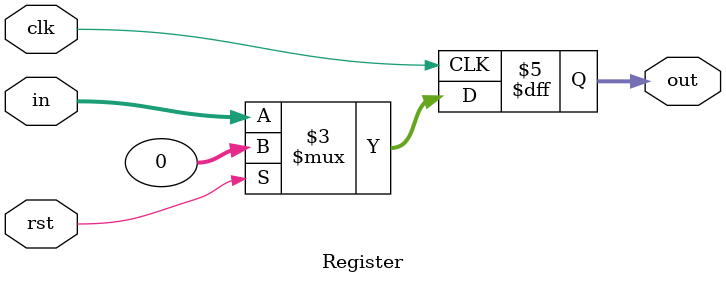
<source format=v>

module Register(clk, rst, in, out);
	// parameter REGISTER_SIZE = 32;
	input wire clk, rst;
	input wire[31:0] in;
	output reg[31:0] out;

	always @(posedge clk) begin
		if (rst) out = 0;
		else out = in;
	end

endmodule // Register

</source>
